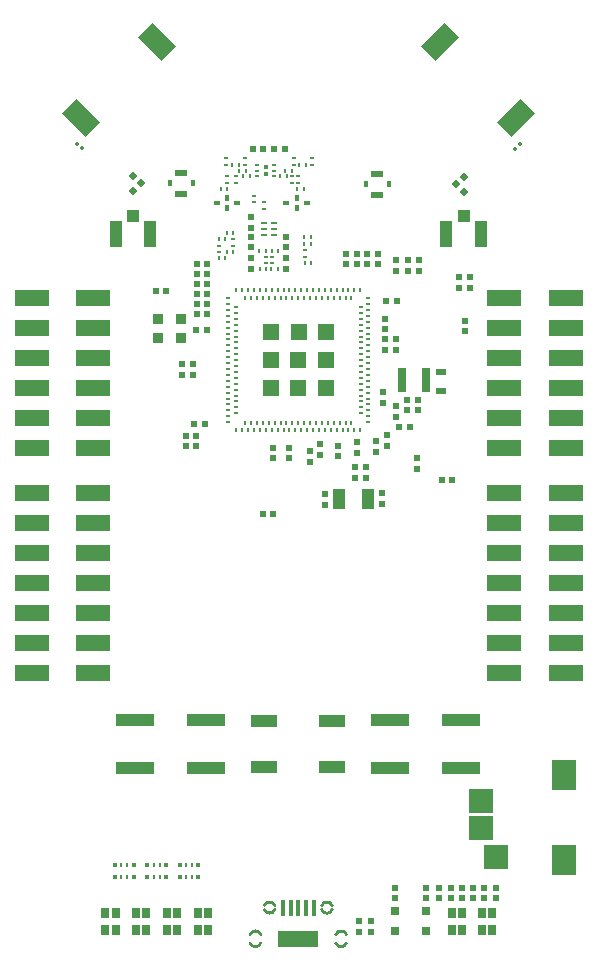
<source format=gtp>
G04 Layer_Color=8421504*
%FSLAX44Y44*%
%MOMM*%
G71*
G01*
G75*
%ADD11R,0.2500X0.3000*%
%ADD12R,0.5500X0.5500*%
%ADD13R,0.5500X0.5500*%
%ADD14R,0.3000X0.5000*%
%ADD15R,0.5000X0.3000*%
%ADD16R,0.4000X0.5000*%
%ADD17R,1.1000X0.4700*%
%ADD18R,3.0000X1.4000*%
%ADD19R,3.2000X1.0000*%
%ADD20R,2.2500X1.0500*%
%ADD22R,0.6500X0.8500*%
%ADD23R,0.4000X1.3500*%
%ADD24R,3.4000X1.3500*%
%ADD25R,0.2500X0.4500*%
%ADD26R,0.3500X0.4500*%
G04:AMPARAMS|DCode=28|XSize=1.7mm|YSize=2.8mm|CornerRadius=0mm|HoleSize=0mm|Usage=FLASHONLY|Rotation=225.000|XOffset=0mm|YOffset=0mm|HoleType=Round|Shape=Rectangle|*
%AMROTATEDRECTD28*
4,1,4,-0.3889,1.5910,1.5910,-0.3889,0.3889,-1.5910,-1.5910,0.3889,-0.3889,1.5910,0.0*
%
%ADD28ROTATEDRECTD28*%

G04:AMPARAMS|DCode=29|XSize=1.7mm|YSize=2.8mm|CornerRadius=0mm|HoleSize=0mm|Usage=FLASHONLY|Rotation=315.000|XOffset=0mm|YOffset=0mm|HoleType=Round|Shape=Rectangle|*
%AMROTATEDRECTD29*
4,1,4,-1.5910,-0.3889,0.3889,1.5910,1.5910,0.3889,-0.3889,-1.5910,-1.5910,-0.3889,0.0*
%
%ADD29ROTATEDRECTD29*%

%ADD30R,0.3000X0.2500*%
%ADD31R,0.5500X0.2500*%
%ADD32R,0.3500X0.2500*%
%ADD33R,0.2000X0.2000*%
G04:AMPARAMS|DCode=34|XSize=0.25mm|YSize=0.3mm|CornerRadius=0mm|HoleSize=0mm|Usage=FLASHONLY|Rotation=45.000|XOffset=0mm|YOffset=0mm|HoleType=Round|Shape=Rectangle|*
%AMROTATEDRECTD34*
4,1,4,0.0177,-0.1945,-0.1945,0.0177,-0.0177,0.1945,0.1945,-0.0177,0.0177,-0.1945,0.0*
%
%ADD34ROTATEDRECTD34*%

G04:AMPARAMS|DCode=35|XSize=0.25mm|YSize=0.3mm|CornerRadius=0mm|HoleSize=0mm|Usage=FLASHONLY|Rotation=135.000|XOffset=0mm|YOffset=0mm|HoleType=Round|Shape=Rectangle|*
%AMROTATEDRECTD35*
4,1,4,0.1945,0.0177,-0.0177,-0.1945,-0.1945,-0.0177,0.0177,0.1945,0.1945,0.0177,0.0*
%
%ADD35ROTATEDRECTD35*%

%ADD36R,1.0500X2.2000*%
%ADD37R,1.0000X1.0500*%
%ADD38R,0.9500X0.8500*%
%ADD39P,0.7778X4X360.0*%
%ADD40R,0.9500X0.5500*%
%ADD41R,1.0000X1.8000*%
%ADD42R,2.0000X2.5000*%
%ADD43R,2.0000X2.0000*%
%ADD44R,0.8000X2.0000*%
%ADD46R,0.2200X0.4500*%
%ADD47R,0.4500X0.2200*%
%ADD48R,0.1900X0.4500*%
%ADD49R,0.4500X0.1900*%
%ADD59C,0.2500*%
%ADD114R,0.4000X0.3250*%
%ADD115R,0.4000X0.3250*%
%ADD116R,1.4000X1.4000*%
%ADD117R,0.7000X0.7000*%
D11*
X260750Y614250D02*
D03*
X255250D02*
D03*
X232750Y586750D02*
D03*
X227250D02*
D03*
X222750D02*
D03*
X217250D02*
D03*
X222500Y602750D02*
D03*
X217000D02*
D03*
X233000D02*
D03*
X227500D02*
D03*
X189500Y601750D02*
D03*
X195000D02*
D03*
X188250Y596250D02*
D03*
X182750D02*
D03*
X188250Y612250D02*
D03*
X182750D02*
D03*
X261000Y592000D02*
D03*
X255500D02*
D03*
X260750Y608500D02*
D03*
X255250D02*
D03*
X254750Y655000D02*
D03*
X249250D02*
D03*
X184250D02*
D03*
X189750D02*
D03*
X251000Y675500D02*
D03*
X256500D02*
D03*
X199501D02*
D03*
X194000D02*
D03*
X189250Y617750D02*
D03*
X194750D02*
D03*
X205500Y670500D02*
D03*
X200000D02*
D03*
X203250Y665500D02*
D03*
X208750D02*
D03*
X240250D02*
D03*
X234750D02*
D03*
X239000Y670500D02*
D03*
X244500D02*
D03*
D12*
X154500Y446000D02*
D03*
X163500D02*
D03*
X154500Y437250D02*
D03*
X163500D02*
D03*
X371500Y408750D02*
D03*
X380500D02*
D03*
X129250Y568500D02*
D03*
X138250D02*
D03*
X164000Y574750D02*
D03*
X173000D02*
D03*
X171000Y455750D02*
D03*
X162000D02*
D03*
X395250Y570750D02*
D03*
X386250D02*
D03*
X386250Y580250D02*
D03*
X395250D02*
D03*
X163500Y535250D02*
D03*
X172500D02*
D03*
X151500Y497750D02*
D03*
X160500D02*
D03*
X151500Y506750D02*
D03*
X160500D02*
D03*
X164000Y583250D02*
D03*
X173000D02*
D03*
X164000Y566250D02*
D03*
X173000D02*
D03*
X164000Y549250D02*
D03*
X173000D02*
D03*
X323500Y527500D02*
D03*
X332500D02*
D03*
X323500Y518750D02*
D03*
X332500D02*
D03*
X324250Y560000D02*
D03*
X333250D02*
D03*
X335250Y453000D02*
D03*
X344250D02*
D03*
X229000Y379500D02*
D03*
X220000D02*
D03*
X173000Y591750D02*
D03*
X164000D02*
D03*
X173000Y557750D02*
D03*
X164000D02*
D03*
X220500Y688750D02*
D03*
X211500D02*
D03*
X229750D02*
D03*
X238750D02*
D03*
D13*
X299750Y431500D02*
D03*
Y440500D02*
D03*
X350750Y417750D02*
D03*
Y426750D02*
D03*
X315750Y432500D02*
D03*
Y441500D02*
D03*
X283250Y437500D02*
D03*
Y428500D02*
D03*
X260000Y432750D02*
D03*
Y423750D02*
D03*
X307500Y419500D02*
D03*
Y410500D02*
D03*
X325250Y446250D02*
D03*
Y437250D02*
D03*
X320500Y388250D02*
D03*
Y397250D02*
D03*
X228750Y435750D02*
D03*
Y426750D02*
D03*
X242500Y435750D02*
D03*
Y426750D02*
D03*
X273000Y396250D02*
D03*
Y387250D02*
D03*
X352500Y585750D02*
D03*
Y594750D02*
D03*
X333000Y585750D02*
D03*
Y594750D02*
D03*
X311250Y35250D02*
D03*
Y26250D02*
D03*
X301750Y35250D02*
D03*
Y26250D02*
D03*
X332000Y63250D02*
D03*
Y54250D02*
D03*
X358000Y63250D02*
D03*
Y54250D02*
D03*
X369500Y63250D02*
D03*
Y54250D02*
D03*
X379000D02*
D03*
Y63250D02*
D03*
X388500Y54250D02*
D03*
Y63250D02*
D03*
X398000Y63250D02*
D03*
Y54250D02*
D03*
X407500Y54250D02*
D03*
Y63250D02*
D03*
X417000Y54250D02*
D03*
Y63250D02*
D03*
X210250Y596500D02*
D03*
Y587500D02*
D03*
X239750Y596500D02*
D03*
Y587500D02*
D03*
X210250Y631000D02*
D03*
Y622000D02*
D03*
X239750Y605500D02*
D03*
Y614500D02*
D03*
X332750Y471250D02*
D03*
Y462250D02*
D03*
X323500Y545000D02*
D03*
Y536000D02*
D03*
X351500Y467500D02*
D03*
Y476500D02*
D03*
X297750Y419500D02*
D03*
Y410500D02*
D03*
X268750Y439000D02*
D03*
Y430000D02*
D03*
X290500Y591000D02*
D03*
Y600000D02*
D03*
X299500Y591000D02*
D03*
Y600000D02*
D03*
X308500Y591000D02*
D03*
Y600000D02*
D03*
X317500Y591000D02*
D03*
Y600000D02*
D03*
X210250Y614500D02*
D03*
Y605500D02*
D03*
X342250Y467500D02*
D03*
Y476500D02*
D03*
X322000Y474000D02*
D03*
Y483000D02*
D03*
X342750Y585750D02*
D03*
Y594750D02*
D03*
X391000Y534500D02*
D03*
Y543500D02*
D03*
D14*
X189750Y647500D02*
D03*
Y638500D02*
D03*
X248500Y647500D02*
D03*
Y638500D02*
D03*
D15*
X181250Y643000D02*
D03*
X198250D02*
D03*
X240000Y643000D02*
D03*
X257000D02*
D03*
D16*
X307500Y659000D02*
D03*
X326500D02*
D03*
X160500Y659750D02*
D03*
X141500D02*
D03*
D17*
X317000Y668000D02*
D03*
Y650000D02*
D03*
X151000Y650750D02*
D03*
Y668750D02*
D03*
D18*
X76570Y435390D02*
D03*
Y460790D02*
D03*
Y486190D02*
D03*
Y511590D02*
D03*
Y536990D02*
D03*
Y562390D02*
D03*
X24570D02*
D03*
Y536990D02*
D03*
Y511590D02*
D03*
Y486190D02*
D03*
Y460790D02*
D03*
Y435390D02*
D03*
X476570D02*
D03*
Y460790D02*
D03*
Y486190D02*
D03*
Y511590D02*
D03*
Y536990D02*
D03*
Y562390D02*
D03*
X424570D02*
D03*
Y536990D02*
D03*
Y511590D02*
D03*
Y486190D02*
D03*
Y460790D02*
D03*
Y435390D02*
D03*
X76500Y244940D02*
D03*
Y270340D02*
D03*
Y295740D02*
D03*
Y321140D02*
D03*
Y346540D02*
D03*
Y371940D02*
D03*
Y397340D02*
D03*
X24500D02*
D03*
Y371940D02*
D03*
Y346540D02*
D03*
Y321140D02*
D03*
Y295740D02*
D03*
Y270340D02*
D03*
Y244940D02*
D03*
X476500D02*
D03*
Y270340D02*
D03*
Y295740D02*
D03*
Y321140D02*
D03*
Y346540D02*
D03*
Y371940D02*
D03*
Y397340D02*
D03*
X424500D02*
D03*
Y371940D02*
D03*
Y346540D02*
D03*
Y321140D02*
D03*
Y295740D02*
D03*
Y270340D02*
D03*
Y244940D02*
D03*
D19*
X328000Y205000D02*
D03*
Y165000D02*
D03*
X388000D02*
D03*
Y205000D02*
D03*
X112000D02*
D03*
Y165000D02*
D03*
X172000D02*
D03*
Y205000D02*
D03*
D20*
X278750Y204750D02*
D03*
Y165250D02*
D03*
X221250D02*
D03*
Y204750D02*
D03*
D22*
X164750Y27750D02*
D03*
Y42250D02*
D03*
X173250Y27750D02*
D03*
Y42250D02*
D03*
X138750Y27750D02*
D03*
Y42250D02*
D03*
X147250Y27750D02*
D03*
Y42250D02*
D03*
X112750Y27750D02*
D03*
Y42250D02*
D03*
X121250Y27750D02*
D03*
Y42250D02*
D03*
X414250D02*
D03*
Y27750D02*
D03*
X405750D02*
D03*
Y42250D02*
D03*
X388250D02*
D03*
Y27750D02*
D03*
X379750D02*
D03*
Y42250D02*
D03*
X86750Y27750D02*
D03*
Y42250D02*
D03*
X95250Y27750D02*
D03*
Y42250D02*
D03*
D23*
X250000Y45750D02*
D03*
X243500D02*
D03*
X237000D02*
D03*
X256500D02*
D03*
X263000D02*
D03*
D24*
X250000Y20000D02*
D03*
D25*
X105000Y82250D02*
D03*
Y72750D02*
D03*
X100000D02*
D03*
Y82250D02*
D03*
X160000Y82250D02*
D03*
Y72750D02*
D03*
X155000D02*
D03*
Y82250D02*
D03*
X132500D02*
D03*
Y72750D02*
D03*
X127500D02*
D03*
Y82250D02*
D03*
D26*
X110500Y82250D02*
D03*
Y72750D02*
D03*
X94500Y82250D02*
D03*
Y72750D02*
D03*
X165500Y82250D02*
D03*
Y72750D02*
D03*
X149500Y82250D02*
D03*
Y72750D02*
D03*
X138000Y82250D02*
D03*
Y72750D02*
D03*
X122000Y82250D02*
D03*
Y72750D02*
D03*
D28*
X66077Y715077D02*
D03*
X130423Y779424D02*
D03*
D29*
X434173Y715077D02*
D03*
X369827Y779424D02*
D03*
D30*
X227500Y597500D02*
D03*
Y592000D02*
D03*
X222500Y597500D02*
D03*
Y592000D02*
D03*
X220750Y638250D02*
D03*
Y643750D02*
D03*
X212500Y649250D02*
D03*
Y643750D02*
D03*
X182750Y601500D02*
D03*
Y607000D02*
D03*
X194500D02*
D03*
Y612500D02*
D03*
X255500Y597500D02*
D03*
Y603000D02*
D03*
X250000Y665750D02*
D03*
Y660250D02*
D03*
X244750Y660250D02*
D03*
Y665750D02*
D03*
X190000Y665500D02*
D03*
Y660000D02*
D03*
X246000Y681000D02*
D03*
Y675500D02*
D03*
X261750Y681000D02*
D03*
Y675500D02*
D03*
X188750Y681000D02*
D03*
Y675500D02*
D03*
X204750Y681000D02*
D03*
Y675500D02*
D03*
X197500Y660000D02*
D03*
X197500Y665500D02*
D03*
D31*
X229250Y616001D02*
D03*
X220750D02*
D03*
X229250Y626001D02*
D03*
Y621000D02*
D03*
X220750D02*
D03*
Y626001D02*
D03*
D32*
X215000Y665500D02*
D03*
Y675500D02*
D03*
Y670500D02*
D03*
X229500Y665500D02*
D03*
Y670500D02*
D03*
Y675500D02*
D03*
D33*
X222250Y668000D02*
D03*
D34*
X433806Y688806D02*
D03*
X437694Y692695D02*
D03*
D35*
X66945Y689305D02*
D03*
X63056Y693195D02*
D03*
D36*
X95250Y617000D02*
D03*
X124750D02*
D03*
X375250Y617000D02*
D03*
X404750D02*
D03*
D37*
X110000Y632250D02*
D03*
X390000Y632250D02*
D03*
D38*
X131250Y529000D02*
D03*
Y544500D02*
D03*
X150750Y529000D02*
D03*
Y544500D02*
D03*
D39*
X110068Y653318D02*
D03*
X116432Y659682D02*
D03*
X110068Y666046D02*
D03*
X389932Y665432D02*
D03*
X383568Y659068D02*
D03*
X389932Y652704D02*
D03*
D40*
X371000Y500250D02*
D03*
Y484250D02*
D03*
D41*
X309250Y392750D02*
D03*
X284250D02*
D03*
D42*
X475000Y158500D02*
D03*
Y86500D02*
D03*
D43*
X405000Y137000D02*
D03*
Y114000D02*
D03*
X417000Y89000D02*
D03*
D44*
X338000Y493500D02*
D03*
X358000D02*
D03*
D46*
X205000Y563000D02*
D03*
X210000D02*
D03*
X215000D02*
D03*
X220000D02*
D03*
X225000D02*
D03*
X230000D02*
D03*
X235000D02*
D03*
X240000D02*
D03*
X245000D02*
D03*
X250000D02*
D03*
X255000D02*
D03*
X260000D02*
D03*
X265000D02*
D03*
X270000D02*
D03*
X275000D02*
D03*
X280000D02*
D03*
X285000D02*
D03*
X290000D02*
D03*
X295000D02*
D03*
Y457000D02*
D03*
X290000D02*
D03*
X285000D02*
D03*
X280000D02*
D03*
X275000D02*
D03*
X270000D02*
D03*
X265000D02*
D03*
X260000D02*
D03*
X255000D02*
D03*
X250000D02*
D03*
X245000D02*
D03*
X240000D02*
D03*
X235000D02*
D03*
X230000D02*
D03*
X225000D02*
D03*
X220000D02*
D03*
X215000D02*
D03*
X210000D02*
D03*
X205000D02*
D03*
D47*
X303000Y555000D02*
D03*
Y550000D02*
D03*
Y545000D02*
D03*
Y540000D02*
D03*
Y535000D02*
D03*
Y530000D02*
D03*
Y525000D02*
D03*
Y520000D02*
D03*
Y515000D02*
D03*
Y510000D02*
D03*
Y505000D02*
D03*
Y500000D02*
D03*
Y495000D02*
D03*
Y490000D02*
D03*
Y485000D02*
D03*
Y480000D02*
D03*
Y475000D02*
D03*
Y470000D02*
D03*
Y465000D02*
D03*
X197000D02*
D03*
Y470000D02*
D03*
Y475000D02*
D03*
Y480000D02*
D03*
Y485000D02*
D03*
Y490000D02*
D03*
Y495000D02*
D03*
Y500000D02*
D03*
Y505000D02*
D03*
Y510000D02*
D03*
Y515000D02*
D03*
Y520000D02*
D03*
Y525000D02*
D03*
Y530000D02*
D03*
Y535000D02*
D03*
Y540000D02*
D03*
Y545000D02*
D03*
Y550000D02*
D03*
Y555000D02*
D03*
D48*
X197500Y569250D02*
D03*
X202500D02*
D03*
X207500D02*
D03*
X212500D02*
D03*
X217500D02*
D03*
X222500D02*
D03*
X227500D02*
D03*
X232500D02*
D03*
X237500D02*
D03*
X242500D02*
D03*
X247500D02*
D03*
X252500D02*
D03*
X257500D02*
D03*
X262500D02*
D03*
X267500D02*
D03*
X272500D02*
D03*
X277500D02*
D03*
X282500D02*
D03*
X287500D02*
D03*
X292500D02*
D03*
X297500D02*
D03*
X302500D02*
D03*
Y450750D02*
D03*
X297500D02*
D03*
X292500D02*
D03*
X287500D02*
D03*
X282500D02*
D03*
X277500D02*
D03*
X272500D02*
D03*
X267500D02*
D03*
X262500D02*
D03*
X257500D02*
D03*
X252500D02*
D03*
X247500D02*
D03*
X242500D02*
D03*
X237500D02*
D03*
X232500D02*
D03*
X227500D02*
D03*
X222500D02*
D03*
X217500D02*
D03*
X212500D02*
D03*
X207500D02*
D03*
X202500D02*
D03*
X197500D02*
D03*
D49*
X309250Y562500D02*
D03*
Y557500D02*
D03*
Y552500D02*
D03*
Y547500D02*
D03*
Y542500D02*
D03*
Y537500D02*
D03*
Y532500D02*
D03*
Y527500D02*
D03*
Y522500D02*
D03*
Y517500D02*
D03*
Y512500D02*
D03*
Y507500D02*
D03*
Y502500D02*
D03*
Y497500D02*
D03*
Y492500D02*
D03*
Y487500D02*
D03*
Y482500D02*
D03*
Y477500D02*
D03*
Y472500D02*
D03*
Y467500D02*
D03*
Y462500D02*
D03*
Y457500D02*
D03*
X190750D02*
D03*
Y462500D02*
D03*
Y467500D02*
D03*
Y472500D02*
D03*
Y477500D02*
D03*
Y482500D02*
D03*
Y487500D02*
D03*
Y492500D02*
D03*
Y497500D02*
D03*
Y502500D02*
D03*
Y507500D02*
D03*
Y512500D02*
D03*
Y517500D02*
D03*
Y522500D02*
D03*
Y527500D02*
D03*
Y532500D02*
D03*
Y537500D02*
D03*
Y542500D02*
D03*
Y547500D02*
D03*
Y552500D02*
D03*
Y557500D02*
D03*
Y562500D02*
D03*
D59*
X230160Y48264D02*
G03*
X221340Y48264I-4410J-1764D01*
G01*
Y44736D02*
G03*
X230160Y44736I4410J1764D01*
G01*
X278660Y48264D02*
G03*
X269840Y48264I-4410J-1764D01*
G01*
Y44736D02*
G03*
X278660Y44736I4410J1764D01*
G01*
X218160Y23764D02*
G03*
X209340Y23764I-4410J-1764D01*
G01*
Y16286D02*
G03*
X218160Y16286I4410J1764D01*
G01*
X281840D02*
G03*
X290660Y16286I4410J1764D01*
G01*
Y23764D02*
G03*
X281840Y23764I-4410J-1764D01*
G01*
D114*
X222250Y667875D02*
D03*
D115*
Y673125D02*
D03*
D116*
X250000Y510000D02*
D03*
X226500D02*
D03*
Y486500D02*
D03*
X250000D02*
D03*
X226500Y533500D02*
D03*
X250250Y533500D02*
D03*
X273500D02*
D03*
Y510000D02*
D03*
Y486500D02*
D03*
D117*
X358000Y43250D02*
D03*
Y26750D02*
D03*
X332000Y43250D02*
D03*
Y26750D02*
D03*
M02*

</source>
